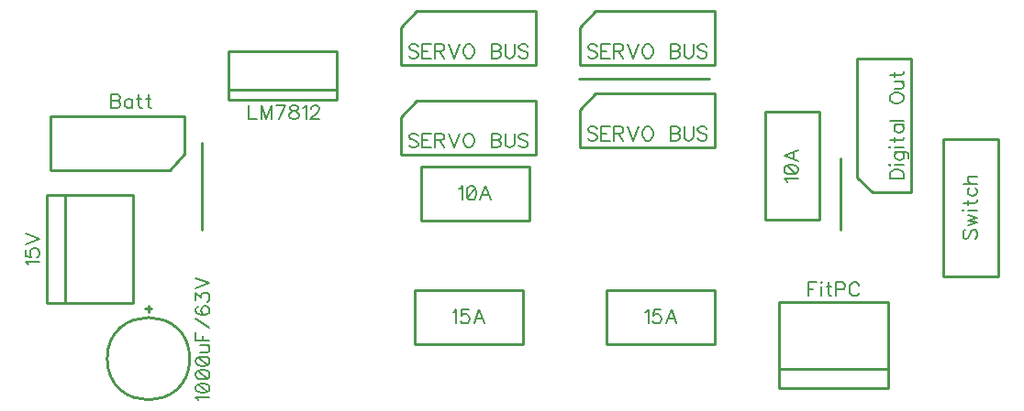
<source format=gbr>
G04 DipTrace 2.3.1.0*
%INTopSilk.gbr*%
%MOIN*%
%ADD10C,0.0098*%
%ADD48C,0.0077*%
%FSLAX44Y44*%
G04*
G70*
G90*
G75*
G01*
%LNTopSilk*%
%LPD*%
X10500Y10636D2*
D10*
Y13802D1*
X33687Y13239D2*
Y10635D1*
X28926Y16125D2*
X24198D1*
X8444Y7748D2*
X8681D1*
X8562Y7866D2*
Y7630D1*
X7062Y5937D2*
G02X7062Y5937I1500J0D01*
G01*
X22392Y12921D2*
X18455D1*
Y10953D1*
X22392D1*
Y12921D1*
X32921Y10982D2*
X30953D1*
Y14919D1*
X32921D1*
Y10982D1*
X18232Y6453D2*
X22169D1*
Y8421D1*
X18232D1*
Y6453D1*
X29142Y8421D2*
X25205D1*
Y6453D1*
X29142D1*
Y8421D1*
X37437Y8937D2*
X39437D1*
Y13937D1*
X37437D1*
Y8937D1*
X22627Y16618D2*
X17745D1*
Y17996D1*
X18296Y18587D1*
X22627D1*
Y16618D1*
X29127D2*
X24245D1*
Y17996D1*
X24796Y18587D1*
X29127D1*
Y16618D1*
X22627Y13368D2*
X17745D1*
Y14746D1*
X18296Y15337D1*
X22627D1*
Y13368D1*
X29127Y13618D2*
X24245D1*
Y14996D1*
X24796Y15587D1*
X29127D1*
Y13618D1*
X36256Y16877D2*
Y11995D1*
X34878D1*
X34287Y12546D1*
Y16877D1*
X36256D1*
X4997Y14765D2*
X9879D1*
Y13387D1*
X9328Y12796D1*
X4997D1*
Y14765D1*
X15407Y15375D2*
X11470D1*
Y17147D1*
X15407D1*
Y15375D1*
Y15730D2*
X11470D1*
X4862Y11890D2*
X8012D1*
Y7953D1*
X4862D1*
Y11890D1*
X5550D2*
Y7953D1*
X31484Y4862D2*
X35421D1*
Y8012D1*
X31484D1*
Y4862D1*
Y5550D2*
X35421D1*
X10377Y4426D2*
D48*
X10353Y4474D1*
X10282Y4546D1*
X10784D1*
X10282Y4844D2*
X10305Y4772D1*
X10377Y4724D1*
X10497Y4700D1*
X10569D1*
X10688Y4724D1*
X10760Y4772D1*
X10784Y4844D1*
Y4891D1*
X10760Y4963D1*
X10688Y5011D1*
X10569Y5035D1*
X10497D1*
X10377Y5011D1*
X10305Y4963D1*
X10282Y4891D1*
Y4844D1*
X10377Y5011D2*
X10688Y4724D1*
X10282Y5333D2*
X10305Y5261D1*
X10377Y5213D1*
X10497Y5190D1*
X10569D1*
X10688Y5213D1*
X10760Y5261D1*
X10784Y5333D1*
Y5381D1*
X10760Y5453D1*
X10688Y5500D1*
X10569Y5524D1*
X10497D1*
X10377Y5500D1*
X10305Y5453D1*
X10282Y5381D1*
Y5333D1*
X10377Y5500D2*
X10688Y5213D1*
X10282Y5823D2*
X10305Y5751D1*
X10377Y5703D1*
X10497Y5679D1*
X10569D1*
X10688Y5703D1*
X10760Y5751D1*
X10784Y5823D1*
Y5870D1*
X10760Y5942D1*
X10688Y5989D1*
X10569Y6014D1*
X10497D1*
X10377Y5989D1*
X10305Y5942D1*
X10282Y5870D1*
Y5823D1*
X10377Y5989D2*
X10688Y5703D1*
X10449Y6168D2*
X10688D1*
X10759Y6192D1*
X10784Y6240D1*
Y6312D1*
X10759Y6359D1*
X10688Y6431D1*
X10449D2*
X10784D1*
X10281Y6897D2*
Y6586D1*
X10784D1*
X10520D2*
Y6777D1*
X10784Y7051D2*
X10282Y7386D1*
X10353Y7827D2*
X10305Y7804D1*
X10282Y7732D1*
Y7684D1*
X10305Y7612D1*
X10377Y7564D1*
X10497Y7541D1*
X10616D1*
X10712Y7564D1*
X10760Y7612D1*
X10784Y7684D1*
Y7708D1*
X10760Y7779D1*
X10712Y7827D1*
X10640Y7851D1*
X10616D1*
X10544Y7827D1*
X10497Y7779D1*
X10473Y7708D1*
Y7684D1*
X10497Y7612D1*
X10544Y7564D1*
X10616Y7541D1*
X10282Y8054D2*
Y8316D1*
X10473Y8173D1*
Y8245D1*
X10497Y8292D1*
X10520Y8316D1*
X10592Y8340D1*
X10640D1*
X10712Y8316D1*
X10760Y8269D1*
X10784Y8197D1*
Y8125D1*
X10760Y8054D1*
X10735Y8030D1*
X10688Y8006D1*
X10281Y8495D2*
X10784Y8686D1*
X10281Y8877D1*
X19850Y12122D2*
X19898Y12146D1*
X19970Y12218D1*
Y11716D1*
X20268Y12218D2*
X20196Y12194D1*
X20148Y12122D1*
X20124Y12003D1*
Y11931D1*
X20148Y11812D1*
X20196Y11740D1*
X20268Y11716D1*
X20315D1*
X20387Y11740D1*
X20435Y11812D1*
X20459Y11931D1*
Y12003D1*
X20435Y12122D1*
X20387Y12194D1*
X20315Y12218D1*
X20268D1*
X20435Y12122D2*
X20148Y11812D1*
X20997Y11716D2*
X20805Y12218D1*
X20614Y11716D1*
X20685Y11883D2*
X20925D1*
X31752Y12377D2*
X31728Y12426D1*
X31656Y12497D1*
X32158D1*
X31656Y12795D2*
X31680Y12724D1*
X31752Y12676D1*
X31871Y12652D1*
X31943D1*
X32062Y12676D1*
X32134Y12724D1*
X32158Y12795D1*
Y12843D1*
X32134Y12915D1*
X32062Y12962D1*
X31943Y12987D1*
X31871D1*
X31752Y12962D1*
X31680Y12915D1*
X31656Y12843D1*
Y12795D1*
X31752Y12962D2*
X32062Y12676D1*
X32158Y13524D2*
X31656Y13332D1*
X32158Y13141D1*
X31991Y13213D2*
Y13452D1*
X19627Y7622D2*
X19676Y7646D1*
X19747Y7718D1*
Y7216D1*
X20189Y7718D2*
X19950D1*
X19926Y7503D1*
X19950Y7527D1*
X20022Y7551D1*
X20093D1*
X20165Y7527D1*
X20213Y7479D1*
X20237Y7407D1*
Y7360D1*
X20213Y7288D1*
X20165Y7240D1*
X20093Y7216D1*
X20022D1*
X19950Y7240D1*
X19926Y7264D1*
X19902Y7312D1*
X20774Y7216D2*
X20582Y7718D1*
X20391Y7216D1*
X20463Y7383D2*
X20702D1*
X26600Y7622D2*
X26648Y7646D1*
X26720Y7718D1*
Y7216D1*
X27161Y7718D2*
X26922D1*
X26899Y7503D1*
X26922Y7527D1*
X26994Y7551D1*
X27065D1*
X27137Y7527D1*
X27185Y7479D1*
X27209Y7407D1*
Y7360D1*
X27185Y7288D1*
X27137Y7240D1*
X27065Y7216D1*
X26994D1*
X26922Y7240D1*
X26899Y7264D1*
X26874Y7312D1*
X27747Y7216D2*
X27555Y7718D1*
X27364Y7216D1*
X27435Y7383D2*
X27675D1*
X38228Y10632D2*
X38179Y10585D1*
X38156Y10513D1*
Y10417D1*
X38179Y10346D1*
X38228Y10297D1*
X38275D1*
X38323Y10322D1*
X38347Y10346D1*
X38371Y10393D1*
X38419Y10537D1*
X38443Y10585D1*
X38467Y10609D1*
X38514Y10632D1*
X38586D1*
X38634Y10585D1*
X38658Y10513D1*
Y10417D1*
X38634Y10346D1*
X38586Y10297D1*
X38323Y10787D2*
X38658Y10882D1*
X38323Y10978D1*
X38658Y11074D1*
X38323Y11169D1*
X38156Y11324D2*
X38179Y11347D1*
X38156Y11372D1*
X38131Y11347D1*
X38156Y11324D1*
X38323Y11347D2*
X38658D1*
X38156Y11598D2*
X38562D1*
X38634Y11622D1*
X38658Y11670D1*
Y11717D1*
X38323Y11526D2*
Y11694D1*
X38395Y12159D2*
X38347Y12111D1*
X38323Y12063D1*
Y11992D1*
X38347Y11944D1*
X38395Y11896D1*
X38467Y11872D1*
X38514D1*
X38586Y11896D1*
X38634Y11944D1*
X38658Y11992D1*
Y12063D1*
X38634Y12111D1*
X38586Y12159D1*
X38156Y12314D2*
X38658D1*
X38419D2*
X38347Y12385D1*
X38323Y12433D1*
Y12505D1*
X38347Y12553D1*
X38419Y12577D1*
X38658D1*
X18362Y17312D2*
X18315Y17360D1*
X18243Y17384D1*
X18147D1*
X18075Y17360D1*
X18027Y17312D1*
Y17264D1*
X18052Y17216D1*
X18075Y17192D1*
X18123Y17169D1*
X18267Y17121D1*
X18315Y17097D1*
X18338Y17073D1*
X18362Y17025D1*
Y16953D1*
X18315Y16906D1*
X18243Y16881D1*
X18147D1*
X18075Y16906D1*
X18027Y16953D1*
X18827Y17384D2*
X18517D1*
Y16881D1*
X18827D1*
X18517Y17144D2*
X18708D1*
X18982D2*
X19197D1*
X19268Y17169D1*
X19293Y17192D1*
X19316Y17240D1*
Y17288D1*
X19293Y17336D1*
X19268Y17360D1*
X19197Y17384D1*
X18982D1*
Y16881D1*
X19149Y17144D2*
X19316Y16881D1*
X19471Y17384D2*
X19662Y16881D1*
X19853Y17384D1*
X20151D2*
X20103Y17360D1*
X20056Y17312D1*
X20031Y17264D1*
X20008Y17192D1*
Y17073D1*
X20031Y17001D1*
X20056Y16953D1*
X20103Y16906D1*
X20151Y16881D1*
X20247D1*
X20295Y16906D1*
X20343Y16953D1*
X20366Y17001D1*
X20390Y17073D1*
Y17192D1*
X20366Y17264D1*
X20343Y17312D1*
X20295Y17360D1*
X20247Y17384D1*
X20151D1*
X21031D2*
Y16881D1*
X21246D1*
X21318Y16906D1*
X21342Y16929D1*
X21366Y16977D1*
Y17049D1*
X21342Y17097D1*
X21318Y17121D1*
X21246Y17144D1*
X21318Y17169D1*
X21342Y17192D1*
X21366Y17240D1*
Y17288D1*
X21342Y17336D1*
X21318Y17360D1*
X21246Y17384D1*
X21031D1*
Y17144D2*
X21246D1*
X21520Y17384D2*
Y17025D1*
X21544Y16953D1*
X21592Y16906D1*
X21664Y16881D1*
X21711D1*
X21783Y16906D1*
X21831Y16953D1*
X21855Y17025D1*
Y17384D1*
X22344Y17312D2*
X22297Y17360D1*
X22225Y17384D1*
X22129D1*
X22057Y17360D1*
X22009Y17312D1*
Y17264D1*
X22034Y17216D1*
X22057Y17192D1*
X22105Y17169D1*
X22249Y17121D1*
X22297Y17097D1*
X22320Y17073D1*
X22344Y17025D1*
Y16953D1*
X22297Y16906D1*
X22225Y16881D1*
X22129D1*
X22057Y16906D1*
X22009Y16953D1*
X24862Y17312D2*
X24815Y17360D1*
X24743Y17384D1*
X24647D1*
X24575Y17360D1*
X24527Y17312D1*
Y17264D1*
X24552Y17216D1*
X24575Y17192D1*
X24623Y17169D1*
X24767Y17121D1*
X24815Y17097D1*
X24838Y17073D1*
X24862Y17025D1*
Y16953D1*
X24815Y16906D1*
X24743Y16881D1*
X24647D1*
X24575Y16906D1*
X24527Y16953D1*
X25327Y17384D2*
X25017D1*
Y16881D1*
X25327D1*
X25017Y17144D2*
X25208D1*
X25482D2*
X25697D1*
X25768Y17169D1*
X25793Y17192D1*
X25816Y17240D1*
Y17288D1*
X25793Y17336D1*
X25768Y17360D1*
X25697Y17384D1*
X25482D1*
Y16881D1*
X25649Y17144D2*
X25816Y16881D1*
X25971Y17384D2*
X26162Y16881D1*
X26353Y17384D1*
X26651D2*
X26603Y17360D1*
X26556Y17312D1*
X26531Y17264D1*
X26508Y17192D1*
Y17073D1*
X26531Y17001D1*
X26556Y16953D1*
X26603Y16906D1*
X26651Y16881D1*
X26747D1*
X26795Y16906D1*
X26843Y16953D1*
X26866Y17001D1*
X26890Y17073D1*
Y17192D1*
X26866Y17264D1*
X26843Y17312D1*
X26795Y17360D1*
X26747Y17384D1*
X26651D1*
X27531D2*
Y16881D1*
X27746D1*
X27818Y16906D1*
X27842Y16929D1*
X27866Y16977D1*
Y17049D1*
X27842Y17097D1*
X27818Y17121D1*
X27746Y17144D1*
X27818Y17169D1*
X27842Y17192D1*
X27866Y17240D1*
Y17288D1*
X27842Y17336D1*
X27818Y17360D1*
X27746Y17384D1*
X27531D1*
Y17144D2*
X27746D1*
X28020Y17384D2*
Y17025D1*
X28044Y16953D1*
X28092Y16906D1*
X28164Y16881D1*
X28211D1*
X28283Y16906D1*
X28331Y16953D1*
X28355Y17025D1*
Y17384D1*
X28844Y17312D2*
X28797Y17360D1*
X28725Y17384D1*
X28629D1*
X28557Y17360D1*
X28509Y17312D1*
Y17264D1*
X28534Y17216D1*
X28557Y17192D1*
X28605Y17169D1*
X28749Y17121D1*
X28797Y17097D1*
X28820Y17073D1*
X28844Y17025D1*
Y16953D1*
X28797Y16906D1*
X28725Y16881D1*
X28629D1*
X28557Y16906D1*
X28509Y16953D1*
X18362Y14062D2*
X18315Y14110D1*
X18243Y14134D1*
X18147D1*
X18075Y14110D1*
X18027Y14062D1*
Y14014D1*
X18052Y13966D1*
X18075Y13942D1*
X18123Y13919D1*
X18267Y13871D1*
X18315Y13847D1*
X18338Y13823D1*
X18362Y13775D1*
Y13703D1*
X18315Y13656D1*
X18243Y13631D1*
X18147D1*
X18075Y13656D1*
X18027Y13703D1*
X18827Y14134D2*
X18517D1*
Y13631D1*
X18827D1*
X18517Y13894D2*
X18708D1*
X18982D2*
X19197D1*
X19268Y13919D1*
X19293Y13942D1*
X19316Y13990D1*
Y14038D1*
X19293Y14086D1*
X19268Y14110D1*
X19197Y14134D1*
X18982D1*
Y13631D1*
X19149Y13894D2*
X19316Y13631D1*
X19471Y14134D2*
X19662Y13631D1*
X19853Y14134D1*
X20151D2*
X20103Y14110D1*
X20056Y14062D1*
X20031Y14014D1*
X20008Y13942D1*
Y13823D1*
X20031Y13751D1*
X20056Y13703D1*
X20103Y13656D1*
X20151Y13631D1*
X20247D1*
X20295Y13656D1*
X20343Y13703D1*
X20366Y13751D1*
X20390Y13823D1*
Y13942D1*
X20366Y14014D1*
X20343Y14062D1*
X20295Y14110D1*
X20247Y14134D1*
X20151D1*
X21031D2*
Y13631D1*
X21246D1*
X21318Y13656D1*
X21342Y13679D1*
X21366Y13727D1*
Y13799D1*
X21342Y13847D1*
X21318Y13871D1*
X21246Y13894D1*
X21318Y13919D1*
X21342Y13942D1*
X21366Y13990D1*
Y14038D1*
X21342Y14086D1*
X21318Y14110D1*
X21246Y14134D1*
X21031D1*
Y13894D2*
X21246D1*
X21520Y14134D2*
Y13775D1*
X21544Y13703D1*
X21592Y13656D1*
X21664Y13631D1*
X21711D1*
X21783Y13656D1*
X21831Y13703D1*
X21855Y13775D1*
Y14134D1*
X22344Y14062D2*
X22297Y14110D1*
X22225Y14134D1*
X22129D1*
X22057Y14110D1*
X22009Y14062D1*
Y14014D1*
X22034Y13966D1*
X22057Y13942D1*
X22105Y13919D1*
X22249Y13871D1*
X22297Y13847D1*
X22320Y13823D1*
X22344Y13775D1*
Y13703D1*
X22297Y13656D1*
X22225Y13631D1*
X22129D1*
X22057Y13656D1*
X22009Y13703D1*
X24862Y14312D2*
X24815Y14360D1*
X24743Y14384D1*
X24647D1*
X24575Y14360D1*
X24527Y14312D1*
Y14264D1*
X24552Y14216D1*
X24575Y14192D1*
X24623Y14169D1*
X24767Y14121D1*
X24815Y14097D1*
X24838Y14073D1*
X24862Y14025D1*
Y13953D1*
X24815Y13906D1*
X24743Y13881D1*
X24647D1*
X24575Y13906D1*
X24527Y13953D1*
X25327Y14384D2*
X25017D1*
Y13881D1*
X25327D1*
X25017Y14144D2*
X25208D1*
X25482D2*
X25697D1*
X25768Y14169D1*
X25793Y14192D1*
X25816Y14240D1*
Y14288D1*
X25793Y14336D1*
X25768Y14360D1*
X25697Y14384D1*
X25482D1*
Y13881D1*
X25649Y14144D2*
X25816Y13881D1*
X25971Y14384D2*
X26162Y13881D1*
X26353Y14384D1*
X26651D2*
X26603Y14360D1*
X26556Y14312D1*
X26531Y14264D1*
X26508Y14192D1*
Y14073D1*
X26531Y14001D1*
X26556Y13953D1*
X26603Y13906D1*
X26651Y13881D1*
X26747D1*
X26795Y13906D1*
X26843Y13953D1*
X26866Y14001D1*
X26890Y14073D1*
Y14192D1*
X26866Y14264D1*
X26843Y14312D1*
X26795Y14360D1*
X26747Y14384D1*
X26651D1*
X27531D2*
Y13881D1*
X27746D1*
X27818Y13906D1*
X27842Y13929D1*
X27866Y13977D1*
Y14049D1*
X27842Y14097D1*
X27818Y14121D1*
X27746Y14144D1*
X27818Y14169D1*
X27842Y14192D1*
X27866Y14240D1*
Y14288D1*
X27842Y14336D1*
X27818Y14360D1*
X27746Y14384D1*
X27531D1*
Y14144D2*
X27746D1*
X28020Y14384D2*
Y14025D1*
X28044Y13953D1*
X28092Y13906D1*
X28164Y13881D1*
X28211D1*
X28283Y13906D1*
X28331Y13953D1*
X28355Y14025D1*
Y14384D1*
X28844Y14312D2*
X28797Y14360D1*
X28725Y14384D1*
X28629D1*
X28557Y14360D1*
X28509Y14312D1*
Y14264D1*
X28534Y14216D1*
X28557Y14192D1*
X28605Y14169D1*
X28749Y14121D1*
X28797Y14097D1*
X28820Y14073D1*
X28844Y14025D1*
Y13953D1*
X28797Y13906D1*
X28725Y13881D1*
X28629D1*
X28557Y13906D1*
X28509Y13953D1*
X35490Y12482D2*
X35993D1*
Y12649D1*
X35968Y12721D1*
X35921Y12769D1*
X35873Y12793D1*
X35801Y12816D1*
X35682D1*
X35610Y12793D1*
X35562Y12769D1*
X35514Y12721D1*
X35490Y12649D1*
Y12482D1*
Y12971D2*
X35514Y12995D1*
X35490Y13019D1*
X35466Y12995D1*
X35490Y12971D1*
X35658Y12995D2*
X35993D1*
X35682Y13460D2*
X36065D1*
X36136Y13436D1*
X36160Y13413D1*
X36184Y13365D1*
Y13293D1*
X36160Y13245D1*
X35753Y13460D2*
X35706Y13413D1*
X35682Y13365D1*
Y13293D1*
X35706Y13245D1*
X35753Y13197D1*
X35825Y13173D1*
X35873D1*
X35945Y13197D1*
X35993Y13245D1*
X36016Y13293D1*
Y13365D1*
X35993Y13413D1*
X35945Y13460D1*
X35490Y13615D2*
X35514Y13638D1*
X35490Y13663D1*
X35466Y13638D1*
X35490Y13615D1*
X35658Y13638D2*
X35993D1*
X35490Y13889D2*
X35897D1*
X35968Y13913D1*
X35993Y13961D1*
Y14008D1*
X35658Y13817D2*
Y13985D1*
Y14450D2*
X35993D1*
X35730D2*
X35682Y14402D1*
X35658Y14354D1*
Y14283D1*
X35682Y14235D1*
X35730Y14187D1*
X35801Y14163D1*
X35849D1*
X35921Y14187D1*
X35968Y14235D1*
X35993Y14283D1*
Y14354D1*
X35968Y14402D1*
X35921Y14450D1*
X35490Y14604D2*
X35993D1*
X35490Y15388D2*
X35514Y15340D1*
X35562Y15292D1*
X35610Y15268D1*
X35682Y15244D1*
X35801D1*
X35873Y15268D1*
X35921Y15292D1*
X35968Y15340D1*
X35993Y15388D1*
Y15484D1*
X35968Y15531D1*
X35921Y15579D1*
X35873Y15603D1*
X35801Y15627D1*
X35682D1*
X35610Y15603D1*
X35562Y15579D1*
X35514Y15531D1*
X35490Y15484D1*
Y15388D1*
X35658Y15781D2*
X35897D1*
X35968Y15805D1*
X35993Y15853D1*
Y15925D1*
X35968Y15972D1*
X35897Y16044D1*
X35658D2*
X35993D1*
X35490Y16270D2*
X35897D1*
X35968Y16294D1*
X35993Y16342D1*
Y16390D1*
X35658Y16199D2*
Y16366D1*
X7205Y15562D2*
Y15059D1*
X7420D1*
X7492Y15084D1*
X7516Y15108D1*
X7540Y15155D1*
Y15227D1*
X7516Y15275D1*
X7492Y15299D1*
X7420Y15323D1*
X7492Y15347D1*
X7516Y15371D1*
X7540Y15418D1*
Y15466D1*
X7516Y15514D1*
X7492Y15538D1*
X7420Y15562D1*
X7205D1*
Y15323D2*
X7420D1*
X7981Y15394D2*
Y15059D1*
Y15323D2*
X7933Y15371D1*
X7885Y15394D1*
X7814D1*
X7766Y15371D1*
X7718Y15323D1*
X7694Y15251D1*
Y15203D1*
X7718Y15131D1*
X7766Y15084D1*
X7814Y15059D1*
X7885D1*
X7933Y15084D1*
X7981Y15131D1*
X8207Y15562D2*
Y15155D1*
X8231Y15084D1*
X8279Y15059D1*
X8326D1*
X8135Y15394D2*
X8303D1*
X8553Y15562D2*
Y15155D1*
X8576Y15084D1*
X8625Y15059D1*
X8672D1*
X8481Y15394D2*
X8648D1*
X12218Y15167D2*
Y14665D1*
X12505D1*
X13042D2*
Y15167D1*
X12850Y14665D1*
X12659Y15167D1*
Y14665D1*
X13292D2*
X13531Y15167D1*
X13196D1*
X13805D2*
X13733Y15143D1*
X13709Y15095D1*
Y15047D1*
X13733Y15000D1*
X13781Y14975D1*
X13877Y14952D1*
X13948Y14928D1*
X13996Y14880D1*
X14020Y14832D1*
Y14760D1*
X13996Y14713D1*
X13972Y14689D1*
X13900Y14665D1*
X13805D1*
X13733Y14689D1*
X13709Y14713D1*
X13685Y14760D1*
Y14832D1*
X13709Y14880D1*
X13757Y14928D1*
X13829Y14952D1*
X13924Y14975D1*
X13972Y15000D1*
X13996Y15047D1*
Y15095D1*
X13972Y15143D1*
X13900Y15167D1*
X13805D1*
X14174Y15071D2*
X14222Y15095D1*
X14294Y15167D1*
Y14665D1*
X14473Y15047D2*
Y15071D1*
X14497Y15119D1*
X14520Y15143D1*
X14568Y15167D1*
X14664D1*
X14712Y15143D1*
X14735Y15119D1*
X14760Y15071D1*
Y15024D1*
X14735Y14975D1*
X14688Y14904D1*
X14448Y14665D1*
X14783D1*
X4189Y9348D2*
X4165Y9396D1*
X4094Y9468D1*
X4596D1*
X4094Y9909D2*
Y9671D1*
X4309Y9647D1*
X4285Y9671D1*
X4261Y9743D1*
Y9814D1*
X4285Y9886D1*
X4333Y9934D1*
X4404Y9958D1*
X4452D1*
X4524Y9934D1*
X4572Y9886D1*
X4596Y9814D1*
Y9743D1*
X4572Y9671D1*
X4548Y9647D1*
X4500Y9623D1*
X4093Y10112D2*
X4596Y10303D1*
X4093Y10494D1*
X32833Y8718D2*
X32522D1*
Y8216D1*
Y8479D2*
X32713D1*
X32987Y8718D2*
X33011Y8695D1*
X33036Y8718D1*
X33011Y8743D1*
X32987Y8718D1*
X33011Y8551D2*
Y8216D1*
X33262Y8718D2*
Y8312D1*
X33286Y8240D1*
X33334Y8216D1*
X33381D1*
X33190Y8551D2*
X33357D1*
X33536Y8455D2*
X33751D1*
X33822Y8479D1*
X33847Y8503D1*
X33871Y8551D1*
Y8623D1*
X33847Y8670D1*
X33822Y8695D1*
X33751Y8718D1*
X33536D1*
Y8216D1*
X34384Y8599D2*
X34360Y8647D1*
X34312Y8695D1*
X34264Y8718D1*
X34169D1*
X34121Y8695D1*
X34073Y8647D1*
X34049Y8599D1*
X34025Y8527D1*
Y8407D1*
X34049Y8336D1*
X34073Y8288D1*
X34121Y8240D1*
X34169Y8216D1*
X34264D1*
X34312Y8240D1*
X34360Y8288D1*
X34384Y8336D1*
M02*

</source>
